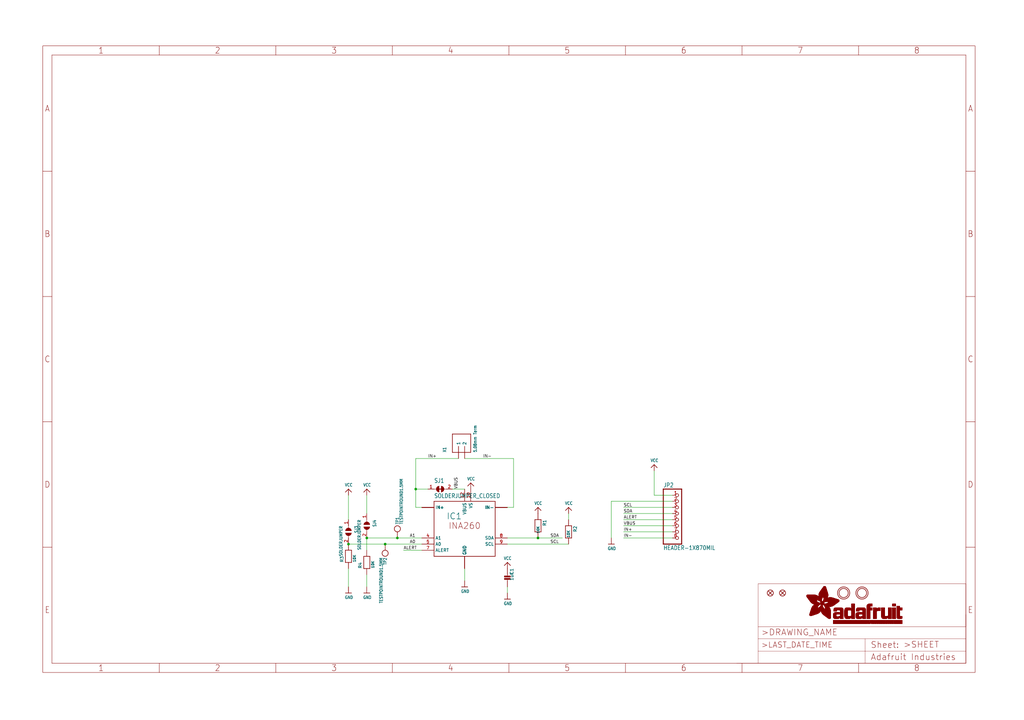
<source format=kicad_sch>
(kicad_sch (version 20211123) (generator eeschema)
  (paper "User" 425.45 299.161)
  (lib_symbols
    (symbol "eagleSchem-eagle-import:CAP_CERAMIC0603_NO"
      (property "Reference" "C" (at -2.29 1.25 90))
      (property "Value" "CAP_CERAMIC0603_NO" (at 2.3 1.25 90))
      (symbol "CAP_CERAMIC0603_NO_1_0"
        (pin passive line (at 0 5.08 270) (length 2.54) (name "1") (number "1"))
        (pin passive line (at 0 -2.54 90) (length 2.54) (name "2") (number "2"))
      )
    )
    (symbol "eagleSchem-eagle-import:FRAME_A3_ADAFRUIT"
      (symbol "FRAME_A3_ADAFRUIT_1_0"
        (text "1" (at 24.2094 1.905 0) (effects (font (size 2.54 2.286))))
        (text "1" (at 24.2094 258.445 0) (effects (font (size 2.54 2.286))))
        (text "2" (at 72.6281 1.905 0) (effects (font (size 2.54 2.286))))
        (text "2" (at 72.6281 258.445 0) (effects (font (size 2.54 2.286))))
        (text "3" (at 121.0469 1.905 0) (effects (font (size 2.54 2.286))))
        (text "3" (at 121.0469 258.445 0) (effects (font (size 2.54 2.286))))
        (text "4" (at 169.4656 1.905 0) (effects (font (size 2.54 2.286))))
        (text "4" (at 169.4656 258.445 0) (effects (font (size 2.54 2.286))))
        (text "5" (at 217.8844 1.905 0) (effects (font (size 2.54 2.286))))
        (text "5" (at 217.8844 258.445 0) (effects (font (size 2.54 2.286))))
        (text "6" (at 266.3031 1.905 0) (effects (font (size 2.54 2.286))))
        (text "6" (at 266.3031 258.445 0) (effects (font (size 2.54 2.286))))
        (text "7" (at 314.7219 1.905 0) (effects (font (size 2.54 2.286))))
        (text "7" (at 314.7219 258.445 0) (effects (font (size 2.54 2.286))))
        (text "8" (at 363.1406 1.905 0) (effects (font (size 2.54 2.286))))
        (text "8" (at 363.1406 258.445 0) (effects (font (size 2.54 2.286))))
        (text ">DRAWING_NAME" (at 298.45 15.24 0) (effects (font (size 2.54 2.54)) (justify left bottom)))
        (text ">LAST_DATE_TIME" (at 298.45 10.16 0) (effects (font (size 2.286 2.286)) (justify left bottom)))
        (text ">SHEET" (at 357.505 10.16 0) (effects (font (size 2.54 2.54)) (justify left bottom)))
        (text "A" (at 1.905 234.315 0) (effects (font (size 2.54 2.286))))
        (text "A" (at 385.445 234.315 0) (effects (font (size 2.54 2.286))))
        (text "Adafruit Industries" (at 343.916 4.953 0) (effects (font (size 2.54 2.54)) (justify left bottom)))
        (text "B" (at 1.905 182.245 0) (effects (font (size 2.54 2.286))))
        (text "B" (at 385.445 182.245 0) (effects (font (size 2.54 2.286))))
        (text "C" (at 1.905 130.175 0) (effects (font (size 2.54 2.286))))
        (text "C" (at 385.445 130.175 0) (effects (font (size 2.54 2.286))))
        (text "D" (at 1.905 78.105 0) (effects (font (size 2.54 2.286))))
        (text "D" (at 385.445 78.105 0) (effects (font (size 2.54 2.286))))
        (text "E" (at 1.905 26.035 0) (effects (font (size 2.54 2.286))))
        (text "E" (at 385.445 26.035 0) (effects (font (size 2.54 2.286))))
        (text "Sheet:" (at 343.916 10.033 0) (effects (font (size 2.54 2.54)) (justify left bottom)))
      )
    )
    (symbol "eagleSchem-eagle-import:GND" (power)
      (property "Value" "GND" (at -1.524 -2.54 0))
      (symbol "GND_1_0"
        (pin power_in line (at 0 2.54 270) (length 2.54) (name "GND") (number "1"))
      )
    )
    (symbol "eagleSchem-eagle-import:HEADER-1X870MIL"
      (property "Reference" "JP" (at -6.35 13.335 0))
      (property "Value" "HEADER-1X870MIL" (at -6.35 -12.7 0))
      (symbol "HEADER-1X870MIL_1_0"
        (pin passive inverted (at -2.54 10.16 0) (length 2.54) (name "1") (number "1"))
        (pin passive inverted (at -2.54 7.62 0) (length 2.54) (name "2") (number "2"))
        (pin passive inverted (at -2.54 5.08 0) (length 2.54) (name "3") (number "3"))
        (pin passive inverted (at -2.54 2.54 0) (length 2.54) (name "4") (number "4"))
        (pin passive inverted (at -2.54 0 0) (length 2.54) (name "5") (number "5"))
        (pin passive inverted (at -2.54 -2.54 0) (length 2.54) (name "6") (number "6"))
        (pin passive inverted (at -2.54 -5.08 0) (length 2.54) (name "7") (number "7"))
        (pin passive inverted (at -2.54 -7.62 0) (length 2.54) (name "8") (number "8"))
      )
    )
    (symbol "eagleSchem-eagle-import:INA260"
      (property "Reference" "IC" (at -12.7 12.7 0))
      (symbol "INA260_1_0"
        (text "INA260" (at 0 0 0) (effects (font (size 2.54 2.54))))
        (pin bidirectional line (at -17.78 7.62 0) (length 5.08) (name "IN+") (number "1"))
        (pin power_in line (at 2.54 15.24 270) (length 5.08) (name "VS") (number "10"))
        (pin power_in line (at 0 -17.78 90) (length 5.08) (name "GND") (number "11"))
        (pin power_in line (at 0 15.24 270) (length 5.08) (name "VBUS") (number "12"))
        (pin power_in line (at 0 -17.78 90) (length 5.08) (name "GND") (number "13"))
        (pin bidirectional line (at 17.78 7.62 180) (length 5.08) (name "IN-") (number "14"))
        (pin bidirectional line (at 17.78 7.62 180) (length 5.08) (name "IN-") (number "15"))
        (pin bidirectional line (at 17.78 7.62 180) (length 5.08) (name "IN-") (number "16"))
        (pin bidirectional line (at -17.78 7.62 0) (length 5.08) (name "IN+") (number "2"))
        (pin bidirectional line (at -17.78 7.62 0) (length 5.08) (name "IN+") (number "3"))
        (pin input line (at -17.78 -5.08 0) (length 5.08) (name "A1") (number "4"))
        (pin input line (at -17.78 -7.62 0) (length 5.08) (name "A0") (number "5"))
        (pin power_in line (at 0 -17.78 90) (length 5.08) (name "GND") (number "6"))
        (pin output line (at -17.78 -10.16 0) (length 5.08) (name "ALERT") (number "7"))
        (pin bidirectional line (at 17.78 -5.08 180) (length 5.08) (name "SDA") (number "8"))
        (pin bidirectional line (at 17.78 -7.62 180) (length 5.08) (name "SCL") (number "9"))
      )
    )
    (symbol "eagleSchem-eagle-import:MICROBUILDER_FIDUCIAL{dblquote}{dblquote}")
    (symbol "eagleSchem-eagle-import:MOUNTINGHOLE2.5")
    (symbol "eagleSchem-eagle-import:RESISTOR_0603_NOOUT"
      (property "Reference" "R" (at 0 2.54 0))
      (property "Value" "RESISTOR_0603_NOOUT" (at 0 0 0))
      (symbol "RESISTOR_0603_NOOUT_1_0"
        (pin passive line (at -5.08 0 0) (length 2.54) (name "1") (number "1"))
        (pin passive line (at 5.08 0 180) (length 2.54) (name "2") (number "2"))
      )
    )
    (symbol "eagleSchem-eagle-import:SOLDERJUMPER"
      (property "Reference" "SJ" (at -2.54 2.54 0))
      (property "Value" "SOLDERJUMPER" (at -2.54 -3.81 0))
      (symbol "SOLDERJUMPER_1_0"
        (pin passive line (at -5.08 0 0) (length 2.54) (name "1") (number "1"))
        (pin passive line (at 5.08 0 180) (length 2.54) (name "2") (number "2"))
      )
    )
    (symbol "eagleSchem-eagle-import:SOLDERJUMPER_CLOSED"
      (property "Reference" "SJ" (at -2.54 2.54 0))
      (property "Value" "SOLDERJUMPER_CLOSED" (at -2.54 -3.81 0))
      (symbol "SOLDERJUMPER_CLOSED_1_0"
        (pin passive line (at -5.08 0 0) (length 2.54) (name "1") (number "1"))
        (pin passive line (at 5.08 0 180) (length 2.54) (name "2") (number "2"))
      )
    )
    (symbol "eagleSchem-eagle-import:TERMBLOCK_1X2_5.08MM"
      (property "Reference" "X" (at -2.54 7.62 0))
      (property "Value" "TERMBLOCK_1X2_5.08MM" (at -2.54 -5.08 0))
      (symbol "TERMBLOCK_1X2_5.08MM_1_0"
        (pin passive line (at -5.08 2.54 0) (length 5.08) (name "1") (number "P$3"))
        (pin passive line (at -5.08 0 0) (length 5.08) (name "2") (number "P$4"))
      )
    )
    (symbol "eagleSchem-eagle-import:TESTPOINTROUND1.5MM"
      (property "Reference" "TP" (at 0 5.588 90))
      (property "Value" "TESTPOINTROUND1.5MM" (at 1.651 5.588 90))
      (symbol "TESTPOINTROUND1.5MM_1_0"
        (pin bidirectional line (at 0 0 90) (length 2.54) (name "P$1") (number "P$1"))
      )
    )
    (symbol "eagleSchem-eagle-import:VCC" (power)
      (property "Value" "VCC" (at -1.524 1.016 0))
      (symbol "VCC_1_0"
        (pin power_in line (at 0 -2.54 90) (length 2.54) (name "VCC") (number "1"))
      )
    )
  )
  (junction (at 165.1 223.52))
  (junction (at 144.78 226.06))
  (junction (at 160.02 226.06))
  (junction (at 152.4 223.52))
  (junction (at 223.52 223.52))
  (junction (at 172.72 203.2))
  (wire (pts (xy 152.4 205.74) (xy 152.4 213.36)))
  (wire (pts (xy 190.5 190.5) (xy 172.72 190.5)))
  (wire (pts (xy 210.82 226.06) (xy 236.22 226.06)))
  (wire (pts (xy 152.4 238.76) (xy 152.4 243.84)))
  (wire (pts (xy 279.4 215.9) (xy 259.08 215.9)))
  (wire (pts (xy 193.04 190.5) (xy 213.36 190.5)))
  (wire (pts (xy 279.4 223.52) (xy 259.08 223.52)))
  (wire (pts (xy 193.04 236.22) (xy 193.04 241.3)))
  (wire (pts (xy 210.82 210.82) (xy 213.36 210.82)))
  (wire (pts (xy 144.78 243.84) (xy 144.78 236.22)))
  (wire (pts (xy 236.22 215.9) (xy 236.22 213.36)))
  (wire (pts (xy 271.78 205.74) (xy 271.78 195.58)))
  (wire (pts (xy 152.4 228.6) (xy 152.4 223.52)))
  (wire (pts (xy 172.72 203.2) (xy 172.72 190.5)))
  (wire (pts (xy 223.52 223.52) (xy 233.68 223.52)))
  (wire (pts (xy 210.82 223.52) (xy 223.52 223.52)))
  (wire (pts (xy 165.1 223.52) (xy 175.26 223.52)))
  (wire (pts (xy 279.4 205.74) (xy 271.78 205.74)))
  (wire (pts (xy 160.02 226.06) (xy 144.78 226.06)))
  (wire (pts (xy 172.72 210.82) (xy 172.72 203.2)))
  (wire (pts (xy 177.8 203.2) (xy 172.72 203.2)))
  (wire (pts (xy 175.26 228.6) (xy 167.64 228.6)))
  (wire (pts (xy 279.4 220.98) (xy 259.08 220.98)))
  (wire (pts (xy 213.36 210.82) (xy 213.36 190.5)))
  (wire (pts (xy 175.26 210.82) (xy 172.72 210.82)))
  (wire (pts (xy 144.78 205.74) (xy 144.78 215.9)))
  (wire (pts (xy 279.4 210.82) (xy 259.08 210.82)))
  (wire (pts (xy 152.4 223.52) (xy 165.1 223.52)))
  (wire (pts (xy 193.04 203.2) (xy 187.96 203.2)))
  (wire (pts (xy 279.4 213.36) (xy 259.08 213.36)))
  (wire (pts (xy 210.82 243.84) (xy 210.82 246.38)))
  (wire (pts (xy 279.4 208.28) (xy 254 208.28)))
  (wire (pts (xy 254 208.28) (xy 254 223.52)))
  (wire (pts (xy 175.26 226.06) (xy 160.02 226.06)))
  (wire (pts (xy 279.4 218.44) (xy 259.08 218.44)))
  (label "IN+" (at 259.08 220.98 0) (effects (font (size 1.2446 1.2446))))
  (label "VBUS" (at 259.08 218.44 0) (effects (font (size 1.2446 1.2446))))
  (label "SDA" (at 228.6 223.52 0) (effects (font (size 1.2446 1.2446))))
  (label "SCL" (at 259.08 210.82 0) (effects (font (size 1.2446 1.2446))))
  (label "IN+" (at 177.8 190.5 0) (effects (font (size 1.2446 1.2446))))
  (label "ALERT" (at 167.64 228.6 0) (effects (font (size 1.2446 1.2446))))
  (label "IN-" (at 200.66 190.5 0) (effects (font (size 1.2446 1.2446))))
  (label "SDA" (at 259.08 213.36 0) (effects (font (size 1.2446 1.2446))))
  (label "A1" (at 170.18 223.52 0) (effects (font (size 1.2446 1.2446))))
  (label "SCL" (at 228.6 226.06 0) (effects (font (size 1.2446 1.2446))))
  (label "VBUS" (at 190.5 203.2 90) (effects (font (size 1.2446 1.2446))))
  (label "ALERT" (at 259.08 215.9 0) (effects (font (size 1.2446 1.2446))))
  (label "A0" (at 170.18 226.06 0) (effects (font (size 1.2446 1.2446))))
  (label "IN-" (at 259.08 223.52 0) (effects (font (size 1.2446 1.2446))))
  (symbol (lib_id "eagleSchem-eagle-import:TESTPOINTROUND1.5MM") (at 160.02 226.06 180) (unit 1)
    (property "Reference" "TP2" (at 160.02 231.648 90) (effects (font (size 1.27 1.0795)) (justify left)))
    (property "Value" "TESTPOINTROUND1.5MM" (at 158.369 231.648 90) (effects (font (size 1.27 1.0795)) (justify left)))
    (property "Footprint" "eagleSchem:TESTPOINT_ROUND_1.5MM" (effects hide))
  )
  (symbol (lib_id "eagleSchem-eagle-import:SOLDERJUMPER") (at 152.4 218.44 270) (unit 1)
    (property "Reference" "SJ4" (at 154.94 215.9 0) (effects (font (size 1.27 1.0795)) (justify left bottom)))
    (property "Value" "SOLDERJUMPER" (at 148.59 215.9 0) (effects (font (size 1.27 1.0795)) (justify left bottom)))
    (property "Footprint" "eagleSchem:SOLDERJUMPER_ARROW_NOPASTE" (effects hide))
  )
  (symbol (lib_id "eagleSchem-eagle-import:GND") (at 152.4 246.38 0) (unit 1)
    (property "Reference" "#U$5" (effects hide))
    (property "Value" "GND" (at 150.876 248.92 0) (effects (font (size 1.27 1.0795)) (justify left bottom)))
    (property "Footprint" "eagleSchem:" (effects hide))
  )
  (symbol (lib_id "eagleSchem-eagle-import:VCC") (at 195.58 200.66 0) (unit 1)
    (property "Reference" "#P+5" (effects hide))
    (property "Value" "VCC" (at 194.056 199.644 0) (effects (font (size 1.27 1.0795)) (justify left bottom)))
    (property "Footprint" "eagleSchem:" (effects hide))
  )
  (symbol (lib_id "eagleSchem-eagle-import:MICROBUILDER_FIDUCIAL{dblquote}{dblquote}") (at 320.04 246.38 0) (unit 1)
    (property "Reference" "FID3" (effects hide))
    (property "Value" "MICROBUILDER_FIDUCIAL{dblquote}{dblquote}" (effects hide))
    (property "Footprint" "eagleSchem:MICROBUILDER_FIDUCIAL_1MM" (effects hide))
  )
  (symbol (lib_id "eagleSchem-eagle-import:INA260") (at 193.04 218.44 0) (unit 1)
    (property "Reference" "IC1" (at 185.42 215.9 0) (effects (font (size 2.54 2.54)) (justify left bottom)))
    (property "Value" "INA260" (effects hide))
    (property "Footprint" "eagleSchem:TSSOP16" (effects hide))
  )
  (symbol (lib_id "eagleSchem-eagle-import:VCC") (at 236.22 210.82 0) (unit 1)
    (property "Reference" "#P+7" (effects hide))
    (property "Value" "VCC" (at 234.696 209.804 0) (effects (font (size 1.27 1.0795)) (justify left bottom)))
    (property "Footprint" "eagleSchem:" (effects hide))
  )
  (symbol (lib_id "eagleSchem-eagle-import:RESISTOR_0603_NOOUT") (at 223.52 218.44 270) (unit 1)
    (property "Reference" "R1" (at 225.552 215.9 0) (effects (justify left bottom)))
    (property "Value" "10K" (at 222.885 218.44 0) (effects (font (size 1.016 1.016) bold) (justify left bottom)))
    (property "Footprint" "eagleSchem:0603-NO" (effects hide))
  )
  (symbol (lib_id "eagleSchem-eagle-import:MOUNTINGHOLE2.5") (at 358.14 246.38 0) (unit 1)
    (property "Reference" "U$8" (effects hide))
    (property "Value" "MOUNTINGHOLE2.5" (effects hide))
    (property "Footprint" "eagleSchem:MOUNTINGHOLE_2.5_PLATED" (effects hide))
  )
  (symbol (lib_id "eagleSchem-eagle-import:VCC") (at 223.52 210.82 0) (unit 1)
    (property "Reference" "#P+6" (effects hide))
    (property "Value" "VCC" (at 221.996 209.804 0) (effects (font (size 1.27 1.0795)) (justify left bottom)))
    (property "Footprint" "eagleSchem:" (effects hide))
  )
  (symbol (lib_id "eagleSchem-eagle-import:FRAME_A3_ADAFRUIT") (at 17.78 279.4 0) (unit 1)
    (property "Reference" "#U$10" (effects hide))
    (property "Value" "FRAME_A3_ADAFRUIT" (effects hide))
    (property "Footprint" "eagleSchem:" (effects hide))
  )
  (symbol (lib_id "eagleSchem-eagle-import:RESISTOR_0603_NOOUT") (at 144.78 231.14 90) (unit 1)
    (property "Reference" "R3" (at 142.748 233.68 0) (effects (justify left bottom)))
    (property "Value" "10K" (at 147.955 233.68 0) (effects (font (size 1.016 1.016) bold) (justify left bottom)))
    (property "Footprint" "eagleSchem:0603-NO" (effects hide))
  )
  (symbol (lib_id "eagleSchem-eagle-import:VCC") (at 210.82 233.68 0) (unit 1)
    (property "Reference" "#P+8" (effects hide))
    (property "Value" "VCC" (at 209.296 232.664 0) (effects (font (size 1.27 1.0795)) (justify left bottom)))
    (property "Footprint" "eagleSchem:" (effects hide))
  )
  (symbol (lib_id "eagleSchem-eagle-import:GND") (at 254 226.06 0) (unit 1)
    (property "Reference" "#U$9" (effects hide))
    (property "Value" "GND" (at 252.476 228.6 0) (effects (font (size 1.27 1.0795)) (justify left bottom)))
    (property "Footprint" "eagleSchem:" (effects hide))
  )
  (symbol (lib_id "eagleSchem-eagle-import:GND") (at 144.78 246.38 0) (unit 1)
    (property "Reference" "#U$2" (effects hide))
    (property "Value" "GND" (at 143.256 248.92 0) (effects (font (size 1.27 1.0795)) (justify left bottom)))
    (property "Footprint" "eagleSchem:" (effects hide))
  )
  (symbol (lib_id "eagleSchem-eagle-import:VCC") (at 152.4 203.2 0) (unit 1)
    (property "Reference" "#P+3" (effects hide))
    (property "Value" "VCC" (at 150.876 202.184 0) (effects (font (size 1.27 1.0795)) (justify left bottom)))
    (property "Footprint" "eagleSchem:" (effects hide))
  )
  (symbol (lib_id "eagleSchem-eagle-import:HEADER-1X870MIL") (at 281.94 215.9 0) (unit 1)
    (property "Reference" "JP2" (at 275.59 202.565 0) (effects (font (size 1.778 1.5113)) (justify left bottom)))
    (property "Value" "HEADER-1X870MIL" (at 275.59 228.6 0) (effects (font (size 1.778 1.5113)) (justify left bottom)))
    (property "Footprint" "eagleSchem:1X08_ROUND_70" (effects hide))
  )
  (symbol (lib_id "eagleSchem-eagle-import:TERMBLOCK_1X2_5.08MM") (at 193.04 185.42 90) (unit 1)
    (property "Reference" "X1" (at 185.42 187.96 0) (effects (font (size 1.27 1.0795)) (justify left bottom)))
    (property "Value" "5.08mm Term" (at 198.12 187.96 0) (effects (font (size 1.27 1.0795)) (justify left bottom)))
    (property "Footprint" "eagleSchem:TERMBLOCK_508_1X2" (effects hide))
  )
  (symbol (lib_id "eagleSchem-eagle-import:TESTPOINTROUND1.5MM") (at 165.1 223.52 0) (unit 1)
    (property "Reference" "TP1" (at 165.1 217.932 90) (effects (font (size 1.27 1.0795)) (justify left)))
    (property "Value" "TESTPOINTROUND1.5MM" (at 166.751 217.932 90) (effects (font (size 1.27 1.0795)) (justify left)))
    (property "Footprint" "eagleSchem:TESTPOINT_ROUND_1.5MM" (effects hide))
  )
  (symbol (lib_id "eagleSchem-eagle-import:VCC") (at 144.78 203.2 0) (unit 1)
    (property "Reference" "#P+2" (effects hide))
    (property "Value" "VCC" (at 143.256 202.184 0) (effects (font (size 1.27 1.0795)) (justify left bottom)))
    (property "Footprint" "eagleSchem:" (effects hide))
  )
  (symbol (lib_id "eagleSchem-eagle-import:SOLDERJUMPER_CLOSED") (at 182.88 203.2 0) (unit 1)
    (property "Reference" "SJ1" (at 180.34 200.66 0) (effects (font (size 1.778 1.5113)) (justify left bottom)))
    (property "Value" "SOLDERJUMPER_CLOSED" (at 180.34 207.01 0) (effects (font (size 1.778 1.5113)) (justify left bottom)))
    (property "Footprint" "eagleSchem:SOLDERJUMPER_CLOSEDWIRE" (effects hide))
  )
  (symbol (lib_id "eagleSchem-eagle-import:GND") (at 193.04 243.84 0) (unit 1)
    (property "Reference" "#U$3" (effects hide))
    (property "Value" "GND" (at 191.516 246.38 0) (effects (font (size 1.27 1.0795)) (justify left bottom)))
    (property "Footprint" "eagleSchem:" (effects hide))
  )
  (symbol (lib_id "eagleSchem-eagle-import:SOLDERJUMPER") (at 144.78 220.98 270) (unit 1)
    (property "Reference" "SJ3" (at 147.32 218.44 0) (effects (font (size 1.27 1.0795)) (justify left bottom)))
    (property "Value" "SOLDERJUMPER" (at 140.97 218.44 0) (effects (font (size 1.27 1.0795)) (justify left bottom)))
    (property "Footprint" "eagleSchem:SOLDERJUMPER_ARROW_NOPASTE" (effects hide))
  )
  (symbol (lib_id "eagleSchem-eagle-import:RESISTOR_0603_NOOUT") (at 152.4 233.68 90) (unit 1)
    (property "Reference" "R4" (at 150.368 236.22 0) (effects (justify left bottom)))
    (property "Value" "10K" (at 155.575 236.22 0) (effects (font (size 1.016 1.016) bold) (justify left bottom)))
    (property "Footprint" "eagleSchem:0603-NO" (effects hide))
  )
  (symbol (lib_id "eagleSchem-eagle-import:MICROBUILDER_FIDUCIAL{dblquote}{dblquote}") (at 325.12 246.38 0) (unit 1)
    (property "Reference" "FID4" (effects hide))
    (property "Value" "MICROBUILDER_FIDUCIAL{dblquote}{dblquote}" (effects hide))
    (property "Footprint" "eagleSchem:MICROBUILDER_FIDUCIAL_1MM" (effects hide))
  )
  (symbol (lib_id "eagleSchem-eagle-import:RESISTOR_0603_NOOUT") (at 236.22 220.98 270) (unit 1)
    (property "Reference" "R2" (at 238.252 218.44 0) (effects (justify left bottom)))
    (property "Value" "10K" (at 236.855 223.52 0) (effects (font (size 1.016 1.016) bold) (justify right top)))
    (property "Footprint" "eagleSchem:0603-NO" (effects hide))
  )
  (symbol (lib_id "eagleSchem-eagle-import:GND") (at 210.82 248.92 0) (unit 1)
    (property "Reference" "#U$4" (effects hide))
    (property "Value" "GND" (at 209.296 251.46 0) (effects (font (size 1.27 1.0795)) (justify left bottom)))
    (property "Footprint" "eagleSchem:" (effects hide))
  )
  (symbol (lib_id "eagleSchem-eagle-import:CAP_CERAMIC0603_NO") (at 210.82 241.3 0) (unit 1)
    (property "Reference" "C1" (at 213.36 238.76 90) (effects (justify left bottom)))
    (property "Value" "1uF" (at 213.36 241.3 90) (effects (justify left bottom)))
    (property "Footprint" "eagleSchem:0603-NO" (effects hide))
  )
  (symbol (lib_id "eagleSchem-eagle-import:MOUNTINGHOLE2.5") (at 350.52 246.38 0) (unit 1)
    (property "Reference" "U$7" (effects hide))
    (property "Value" "MOUNTINGHOLE2.5" (effects hide))
    (property "Footprint" "eagleSchem:MOUNTINGHOLE_2.5_PLATED" (effects hide))
  )
  (symbol (lib_id "eagleSchem-eagle-import:VCC") (at 271.78 193.04 0) (unit 1)
    (property "Reference" "#P+4" (effects hide))
    (property "Value" "VCC" (at 270.256 192.024 0) (effects (font (size 1.27 1.0795)) (justify left bottom)))
    (property "Footprint" "eagleSchem:" (effects hide))
  )
)
</source>
